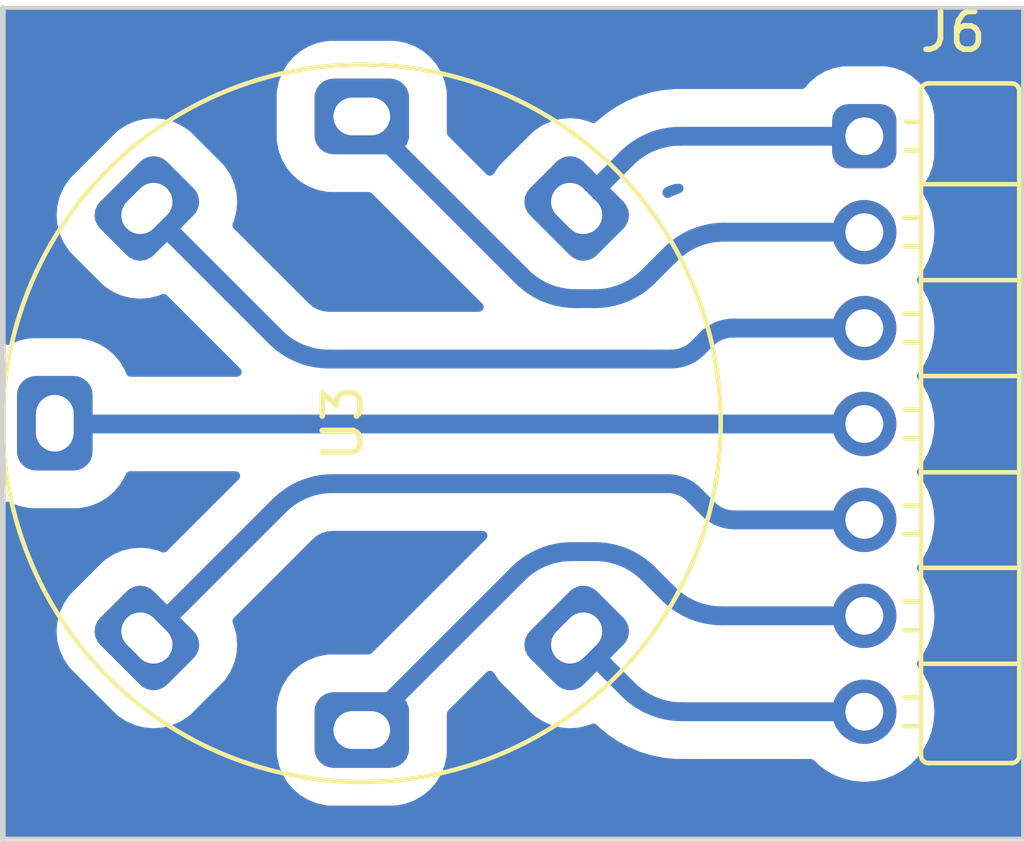
<source format=kicad_pcb>
(kicad_pcb (version 20221018) (generator pcbnew)
  (layers (0 "F.Cu" signal) (31 "B.Cu" signal) (34 "B.Paste" user) (35 "F.Paste" user) (36 "B.SilkS" user "B.Silkscreen") (37 "F.SilkS" user "F.Silkscreen") (38 "B.Mask" user) (39 "F.Mask" user) (44 "Edge.Cuts" user))
  (net 0 "")
  (footprint "spdf1626_lib:PinHeader_1x07_P2.54mm_Horizontal" (layer "F.Cu") (at 55.8 34.4)
    (fp_text reference "J6" (at 2.35 -2.76) (layer "F.SilkS"))
    (fp_text value "Conn_01x07" hide)
    (fp_line (start 1.042929 2.16) (end 1.44 2.16) (stroke (width 0.12)) (layer "F.SilkS"))
    (fp_line (start 1.042929 2.92) (end 1.44 2.92) (stroke (width 0.12)) (layer "F.SilkS"))
    (fp_line (start 1.042929 4.7) (end 1.44 4.7) (stroke (width 0.12)) (layer "F.SilkS"))
    (fp_line (start 1.042929 5.46) (end 1.44 5.46) (stroke (width 0.12)) (layer "F.SilkS"))
    (fp_line (start 1.042929 7.24) (end 1.44 7.24) (stroke (width 0.12)) (layer "F.SilkS"))
    (fp_line (start 1.042929 8) (end 1.44 8) (stroke (width 0.12)) (layer "F.SilkS"))
    (fp_line (start 1.042929 9.78) (end 1.44 9.78) (stroke (width 0.12)) (layer "F.SilkS"))
    (fp_line (start 1.042929 10.54) (end 1.44 10.54) (stroke (width 0.12)) (layer "F.SilkS"))
    (fp_line (start 1.042929 12.32) (end 1.44 12.32) (stroke (width 0.12)) (layer "F.SilkS"))
    (fp_line (start 1.042929 13.08) (end 1.44 13.08) (stroke (width 0.12)) (layer "F.SilkS"))
    (fp_line (start 1.042929 14.86) (end 1.44 14.86) (stroke (width 0.12)) (layer "F.SilkS"))
    (fp_line (start 1.042929 15.62) (end 1.44 15.62) (stroke (width 0.12)) (layer "F.SilkS"))
    (fp_line (start 1.11 -0.38) (end 1.44 -0.38) (stroke (width 0.12)) (layer "F.SilkS"))
    (fp_line (start 1.11 0.38) (end 1.44 0.38) (stroke (width 0.12)) (layer "F.SilkS"))
    (fp_line (start 1.5 -1.2) (end 1.5 16.4) (stroke (width 0.12)) (layer "F.SilkS"))
    (fp_line (start 1.5 1.27) (end 4.1 1.27) (stroke (width 0.12)) (layer "F.SilkS"))
    (fp_line (start 1.5 3.81) (end 4.1 3.81) (stroke (width 0.12)) (layer "F.SilkS"))
    (fp_line (start 1.5 6.35) (end 4.1 6.35) (stroke (width 0.12)) (layer "F.SilkS"))
    (fp_line (start 1.5 8.9) (end 4.1 8.9) (stroke (width 0.12)) (layer "F.SilkS"))
    (fp_line (start 1.5 11.43) (end 4.1 11.43) (stroke (width 0.12)) (layer "F.SilkS"))
    (fp_line (start 1.5 13.97) (end 4.1 13.97) (stroke (width 0.12)) (layer "F.SilkS"))
    (fp_line (start 1.7 16.6) (end 3.9 16.6) (stroke (width 0.12)) (layer "F.SilkS"))
    (fp_line (start 3.9 -1.4) (end 1.7 -1.4) (stroke (width 0.12)) (layer "F.SilkS"))
    (fp_line (start 4.1 16.4) (end 4.1 -1.2) (stroke (width 0.12)) (layer "F.SilkS"))
    (fp_arc (start 1.5 -1.2) (mid 1.558579 -1.341421) (end 1.7 -1.4) (stroke (width 0.12)) (layer "F.SilkS"))
    (fp_arc (start 1.7 16.6) (mid 1.558579 16.541421) (end 1.5 16.4) (stroke (width 0.12)) (layer "F.SilkS"))
    (fp_arc (start 3.9 -1.4) (mid 4.041421 -1.341421) (end 4.1 -1.2) (stroke (width 0.12)) (layer "F.SilkS"))
    (fp_arc (start 4.1 16.4) (mid 4.041421 16.541421) (end 3.9 16.6) (stroke (width 0.12)) (layer "F.SilkS"))
    (pad "1" thru_hole roundrect (at 0 0) (size 1.7 1.7) (drill 1) (layers "*.Cu" "*.Mask"))
    (pad "2" thru_hole oval (at 0 2.54) (size 1.7 1.7) (drill 1) (layers "*.Cu" "*.Mask"))
    (pad "3" thru_hole oval (at 0 5.08) (size 1.7 1.7) (drill 1) (layers "*.Cu" "*.Mask"))
    (pad "4" thru_hole oval (at 0 7.62) (size 1.7 1.7) (drill 1) (layers "*.Cu" "*.Mask"))
    (pad "5" thru_hole oval (at 0 10.16) (size 1.7 1.7) (drill 1) (layers "*.Cu" "*.Mask"))
    (pad "6" thru_hole oval (at 0 12.7) (size 1.7 1.7) (drill 1) (layers "*.Cu" "*.Mask"))
    (pad "7" thru_hole oval (at 0 15.24) (size 1.7 1.7) (drill 1) (layers "*.Cu" "*.Mask"))
  )
  (footprint "spdf1626_lib:7-pin_tube_socket" (layer "F.Cu") (at 42.5 42 90)
    (fp_text reference "U3" (at 0 -0.5 90 unlocked) (layer "F.SilkS"))
    (fp_text value "6H2P" hide)
    (fp_circle (center 0 0) (end 9.5 0) (stroke (width 0.12)) (fill none) (layer "F.SilkS"))
    (pad "1" thru_hole roundrect (at 5.6875 5.6875 135) (size 2.5 2) (drill oval 1.5 1) (layers "*.Cu" "*.Mask"))
    (pad "2" thru_hole roundrect (at 8.125 0 180) (size 2.5 2) (drill oval 1.5 1) (layers "*.Cu" "*.Mask"))
    (pad "3" thru_hole roundrect (at 5.6875 -5.6875 225) (size 2.5 2) (drill oval 1.5 1) (layers "*.Cu" "*.Mask"))
    (pad "4" thru_hole roundrect (at 0 -8.125 90) (size 2.5 2) (drill oval 1.5 1) (layers "*.Cu" "*.Mask"))
    (pad "5" thru_hole roundrect (at -5.6875 -5.6875 135) (size 2.5 2) (drill oval 1.5 1) (layers "*.Cu" "*.Mask"))
    (pad "6" thru_hole roundrect (at -8.125 0 180) (size 2.5 2) (drill oval 1.5 1) (layers "*.Cu" "*.Mask"))
    (pad "7" thru_hole roundrect (at -5.6875 5.6875 225) (size 2.5 2) (drill oval 1.5 1) (layers "*.Cu" "*.Mask"))
  )
  (gr_line (start 33 31) (end 60 31) (stroke (width 0.1)) (layer "Edge.Cuts"))
  (gr_line (start 33 31) (end 33 53) (stroke (width 0.15)) (layer "Edge.Cuts"))
  (gr_line (start 60 31) (end 60 53) (stroke (width 0.1)) (layer "Edge.Cuts"))
  (gr_line (start 60 53) (end 33 53) (stroke (width 0.1)) (layer "Edge.Cuts"))
  (segment (start 46.639213 45.985787) (end 42.5 50.125) (width 0.5) (layer "B.Cu") (net 0))
  (segment (start 40.314213 44.185787) (end 36.8125 47.6875) (width 0.5) (layer "B.Cu") (net 0))
  (segment (start 55.8 49.64) (end 50.968427 49.64) (width 0.5) (layer "B.Cu") (net 0))
  (segment (start 55.8 39.48) (end 52.334214 39.48) (width 0.5) (layer "B.Cu") (net 0))
  (segment (start 51.627107 39.772893) (end 51.392893 40.007107) (width 0.5) (layer "B.Cu") (net 0))
  (segment (start 48.671573 45.4) (end 48.053427 45.4) (width 0.5) (layer "B.Cu") (net 0))
  (segment (start 55.8 44.56) (end 52.374214 44.56) (width 0.5) (layer "B.Cu") (net 0))
  (segment (start 48.671573 38.7) (end 48.153427 38.7) (width 0.5) (layer "B.Cu") (net 0))
  (segment (start 34.395 42.02) (end 34.375 42) (width 0.5) (layer "B.Cu") (net 0))
  (segment (start 50.585786 43.6) (end 41.728427 43.6) (width 0.5) (layer "B.Cu") (net 0))
  (segment (start 48.211803 36.336803) (end 48.1875 36.3125) (width 0.5) (layer "B.Cu") (net 0))
  (segment (start 51.667107 44.267107) (end 51.292893 43.892893) (width 0.5) (layer "B.Cu") (net 0))
  (segment (start 50.674213 37.525787) (end 50.085786 38.114214) (width 0.5) (layer "B.Cu") (net 0))
  (segment (start 55.8 36.94) (end 52.088427 36.94) (width 0.5) (layer "B.Cu") (net 0))
  (segment (start 50.614213 46.514213) (end 50.085786 45.985786) (width 0.5) (layer "B.Cu") (net 0))
  (segment (start 40.214213 39.714213) (end 36.8125 36.3125) (width 0.5) (layer "B.Cu") (net 0))
  (segment (start 49.514213 34.985787) (end 48.1875 36.3125) (width 0.5) (layer "B.Cu") (net 0))
  (segment (start 55.8 34.4) (end 50.928427 34.4) (width 0.5) (layer "B.Cu") (net 0))
  (segment (start 46.739213 38.114213) (end 42.5 33.875) (width 0.5) (layer "B.Cu") (net 0))
  (segment (start 55.8 42.02) (end 34.395 42.02) (width 0.5) (layer "B.Cu") (net 0))
  (segment (start 55.8 47.1) (end 52.028427 47.1) (width 0.5) (layer "B.Cu") (net 0))
  (segment (start 50.685786 40.3) (end 41.628427 40.3) (width 0.5) (layer "B.Cu") (net 0))
  (segment (start 49.554213 49.054213) (end 48.1875 47.6875) (width 0.5) (layer "B.Cu") (net 0))
  (arc (start 50.614213 46.514213) (mid 51.26306 46.947759) (end 52.028427 47.1) (width 0.5) (layer "B.Cu") (net 0))
  (arc (start 46.639213 45.985787) (mid 47.28806 45.552241) (end 48.053427 45.4) (width 0.5) (layer "B.Cu") (net 0))
  (arc (start 50.674213 37.525787) (mid 51.32306 37.092241) (end 52.088427 36.94) (width 0.5) (layer "B.Cu") (net 0))
  (arc (start 49.514213 34.985787) (mid 50.16306 34.552241) (end 50.928427 34.4) (width 0.5) (layer "B.Cu") (net 0))
  (arc (start 48.671573 38.7) (mid 49.43694 38.547759) (end 50.085786 38.114214) (width 0.5) (layer "B.Cu") (net 0))
  (arc (start 48.153427 38.7) (mid 47.38806 38.547759) (end 46.739213 38.114213) (width 0.5) (layer "B.Cu") (net 0))
  (arc (start 48.671573 45.4) (mid 49.43694 45.552241) (end 50.085786 45.985786) (width 0.5) (layer "B.Cu") (net 0))
  (arc (start 50.968427 49.64) (mid 50.20306 49.487759) (end 49.554213 49.054213) (width 0.5) (layer "B.Cu") (net 0))
  (arc (start 52.374214 44.56) (mid 51.991531 44.48388) (end 51.667107 44.267107) (width 0.5) (layer "B.Cu") (net 0))
  (arc (start 51.392893 40.007107) (mid 51.06847 40.22388) (end 50.685786 40.3) (width 0.5) (layer "B.Cu") (net 0))
  (arc (start 40.214213 39.714213) (mid 40.86306 40.147759) (end 41.628427 40.3) (width 0.5) (layer "B.Cu") (net 0))
  (arc (start 40.314213 44.185787) (mid 40.96306 43.752241) (end 41.728427 43.6) (width 0.5) (layer "B.Cu") (net 0))
  (arc (start 52.334214 39.48) (mid 51.951531 39.55612) (end 51.627107 39.772893) (width 0.5) (layer "B.Cu") (net 0))
  (arc (start 50.585786 43.6) (mid 50.968469 43.67612) (end 51.292893 43.892893) (width 0.5) (layer "B.Cu") (net 0))
  (zone (net 0) (net_name "") (layer "B.Cu") (connect_pads (clearance 1)) (min_thickness 0.254) (fill yes (thermal_gap 0.508) (thermal_bridge_width 0.508))
    (polygon (pts (xy 60 53) (xy 33 53) (xy 33 31) (xy 60 31)))
  )
)
</source>
